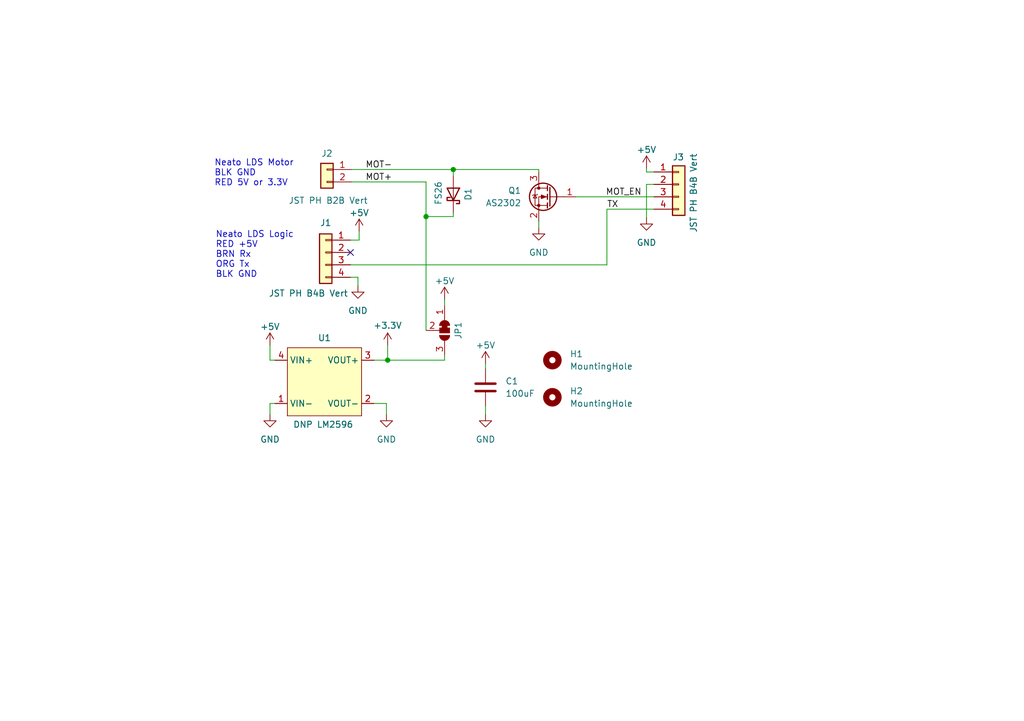
<source format=kicad_sch>
(kicad_sch (version 20230121) (generator eeschema)
  (paper "A5")
  (title_block (title "Neato XV/Botvac LDS adapter") (date "2024-01-30") (rev "0.2.0") (company "makerspet.com"))
  (lib_symbols
    (symbol "Connector_Generic:Conn_01x02" (pin_names (offset 1.016) hide)
      (property "Reference" "J" (at 0 2.54 0))
      (property "Value" "Conn_01x02" (at 0 -5.08 0))
      (symbol "Conn_01x02_1_1"
        (rectangle (start -1.27 -2.413) (end 0 -2.667) (stroke (width 0.1524)))
        (rectangle (start -1.27 0.127) (end 0 -0.127) (stroke (width 0.1524)))
        (rectangle (start -1.27 1.27) (end 1.27 -3.81) (stroke (width 0.254)) (fill (type background)))
        (pin passive line (at -5.08 0 0) (length 3.81) (name "Pin_1") (number "1"))
        (pin passive line (at -5.08 -2.54 0) (length 3.81) (name "Pin_2") (number "2"))
      )
    )
    (symbol "Connector_Generic:Conn_01x04" (pin_names (offset 1.016) hide)
      (property "Reference" "J" (at 0 5.08 0))
      (property "Value" "Conn_01x04" (at 0 -7.62 0))
      (symbol "Conn_01x04_1_1"
        (rectangle (start -1.27 -4.953) (end 0 -5.207) (stroke (width 0.1524)))
        (rectangle (start -1.27 -2.413) (end 0 -2.667) (stroke (width 0.1524)))
        (rectangle (start -1.27 0.127) (end 0 -0.127) (stroke (width 0.1524)))
        (rectangle (start -1.27 2.667) (end 0 2.413) (stroke (width 0.1524)))
        (rectangle (start -1.27 3.81) (end 1.27 -6.35) (stroke (width 0.254)) (fill (type background)))
        (pin passive line (at -5.08 2.54 0) (length 3.81) (name "Pin_1") (number "1"))
        (pin passive line (at -5.08 0 0) (length 3.81) (name "Pin_2") (number "2"))
        (pin passive line (at -5.08 -2.54 0) (length 3.81) (name "Pin_3") (number "3"))
        (pin passive line (at -5.08 -5.08 0) (length 3.81) (name "Pin_4") (number "4"))
      )
    )
    (symbol "Device:C" (pin_numbers hide) (pin_names (offset 0.254))
      (property "Reference" "C" (at 0.635 2.54 0))
      (property "Value" "C" (at 0.635 -2.54 0))
      (symbol "C_0_1"
        (polyline (pts (xy -2.032 -0.762) (xy 2.032 -0.762)) (stroke (width 0.508)))
        (polyline (pts (xy -2.032 0.762) (xy 2.032 0.762)) (stroke (width 0.508)))
      )
      (symbol "C_1_1"
        (pin passive line (at 0 3.81 270) (length 2.794) (name "~") (number "1"))
        (pin passive line (at 0 -3.81 90) (length 2.794) (name "~") (number "2"))
      )
    )
    (symbol "Device:D_Schottky" (pin_numbers hide) (pin_names (offset 1.016) hide)
      (property "Reference" "D" (at 0 2.54 0))
      (property "Value" "D_Schottky" (at 0 -2.54 0))
      (symbol "D_Schottky_0_1"
        (polyline (pts (xy 1.27 0) (xy -1.27 0)))
        (polyline (pts (xy 1.27 1.27) (xy 1.27 -1.27) (xy -1.27 0) (xy 1.27 1.27)) (stroke (width 0.254)))
        (polyline (pts (xy -1.905 0.635) (xy -1.905 1.27) (xy -1.27 1.27) (xy -1.27 -1.27) (xy -0.635 -1.27) (xy -0.635 -0.635)) (stroke (width 0.254)))
      )
      (symbol "D_Schottky_1_1"
        (pin passive line (at -3.81 0 0) (length 2.54) (name "K") (number "1"))
        (pin passive line (at 3.81 0 180) (length 2.54) (name "A") (number "2"))
      )
    )
    (symbol "Jumper:SolderJumper_3_Bridged12" (pin_names (offset 0) hide)
      (property "Reference" "JP" (at -2.54 -2.54 0))
      (property "Value" "SolderJumper_3_Bridged12" (at 0 2.794 0))
      (symbol "SolderJumper_3_Bridged12_0_1"
        (rectangle (start -1.016 0.508) (end -0.508 -0.508) (fill (type outline)))
        (arc (start -1.016 1.016) (mid -2.0276 0) (end -1.016 -1.016))
        (arc (start -1.016 1.016) (mid -2.0276 0) (end -1.016 -1.016) (fill (type outline)))
        (rectangle (start -0.508 1.016) (end 0.508 -1.016) (fill (type outline)))
        (polyline (pts (xy -2.54 0) (xy -2.032 0)))
        (polyline (pts (xy -1.016 1.016) (xy -1.016 -1.016)))
        (polyline (pts (xy 0 -1.27) (xy 0 -1.016)))
        (polyline (pts (xy 1.016 1.016) (xy 1.016 -1.016)))
        (polyline (pts (xy 2.54 0) (xy 2.032 0)))
        (arc (start 1.016 -1.016) (mid 2.0276 0) (end 1.016 1.016))
        (arc (start 1.016 -1.016) (mid 2.0276 0) (end 1.016 1.016) (fill (type outline)))
      )
      (symbol "SolderJumper_3_Bridged12_1_1"
        (pin passive line (at -5.08 0 0) (length 2.54) (name "A") (number "1"))
        (pin passive line (at 0 -3.81 90) (length 2.54) (name "C") (number "2"))
        (pin passive line (at 5.08 0 180) (length 2.54) (name "B") (number "3"))
      )
    )
    (symbol "Makerspet:LM2596 Module"
      (property "Reference" "U" (at 0 -1.27 0))
      (symbol "LM2596 Module_1_1"
        (rectangle (start -7.62 -2.54) (end 7.62 -16.51) (fill (type background)))
        (pin passive line (at -10.16 -13.97 0) (length 2.54) (name "VIN-") (number "1"))
        (pin passive line (at 10.16 -13.97 180) (length 2.54) (name "VOUT-") (number "2"))
        (pin power_out line (at 10.16 -5.08 180) (length 2.54) (name "VOUT+") (number "3"))
        (pin power_in line (at -10.16 -5.08 0) (length 2.54) (name "VIN+") (number "4"))
      )
    )
    (symbol "Mechanical:MountingHole" (pin_names (offset 1.016))
      (property "Reference" "H" (at 0 5.08 0))
      (property "Value" "MountingHole" (at 0 3.175 0))
      (symbol "MountingHole_0_1"
        (circle (center 0 0) (radius 1.27) (stroke (width 1.27)))
      )
    )
    (symbol "Transistor_FET:BSS123" (pin_names hide)
      (property "Reference" "Q" (at 5.08 1.905 0))
      (property "Value" "BSS123" (at 5.08 0 0))
      (symbol "BSS123_0_1"
        (polyline (pts (xy 0.254 0) (xy -2.54 0)))
        (polyline (pts (xy 0.254 1.905) (xy 0.254 -1.905)) (stroke (width 0.254)))
        (polyline (pts (xy 0.762 -1.27) (xy 0.762 -2.286)) (stroke (width 0.254)))
        (polyline (pts (xy 0.762 0.508) (xy 0.762 -0.508)) (stroke (width 0.254)))
        (polyline (pts (xy 0.762 2.286) (xy 0.762 1.27)) (stroke (width 0.254)))
        (polyline (pts (xy 2.54 2.54) (xy 2.54 1.778)))
        (polyline (pts (xy 2.54 -2.54) (xy 2.54 0) (xy 0.762 0)))
        (polyline (pts (xy 0.762 -1.778) (xy 3.302 -1.778) (xy 3.302 1.778) (xy 0.762 1.778)))
        (polyline (pts (xy 1.016 0) (xy 2.032 0.381) (xy 2.032 -0.381) (xy 1.016 0)) (fill (type outline)))
        (polyline (pts (xy 2.794 0.508) (xy 2.921 0.381) (xy 3.683 0.381) (xy 3.81 0.254)))
        (polyline (pts (xy 3.302 0.381) (xy 2.921 -0.254) (xy 3.683 -0.254) (xy 3.302 0.381)))
        (circle (center 1.651 0) (radius 2.794) (stroke (width 0.254)))
        (circle (center 2.54 -1.778) (radius 0.254) (fill (type outline)))
        (circle (center 2.54 1.778) (radius 0.254) (fill (type outline)))
      )
      (symbol "BSS123_1_1"
        (pin input line (at -5.08 0 0) (length 2.54) (name "G") (number "1"))
        (pin passive line (at 2.54 -5.08 90) (length 2.54) (name "S") (number "2"))
        (pin passive line (at 2.54 5.08 270) (length 2.54) (name "D") (number "3"))
      )
    )
    (symbol "power:+3.3V" (power) (pin_names (offset 0))
      (property "Value" "+3.3V" (at 0 3.556 0))
      (symbol "+3.3V_0_1"
        (polyline (pts (xy -0.762 1.27) (xy 0 2.54)))
        (polyline (pts (xy 0 0) (xy 0 2.54)))
        (polyline (pts (xy 0 2.54) (xy 0.762 1.27)))
      )
      (symbol "+3.3V_1_1"
        (pin power_in line (at 0 0 90) (length 0) hide (name "+3.3V") (number "1"))
      )
    )
    (symbol "power:+5V" (power) (pin_names (offset 0))
      (property "Value" "+5V" (at 0 3.556 0))
      (symbol "+5V_0_1"
        (polyline (pts (xy -0.762 1.27) (xy 0 2.54)))
        (polyline (pts (xy 0 0) (xy 0 2.54)))
        (polyline (pts (xy 0 2.54) (xy 0.762 1.27)))
      )
      (symbol "+5V_1_1"
        (pin power_in line (at 0 0 90) (length 0) hide (name "+5V") (number "1"))
      )
    )
    (symbol "power:GND" (power) (pin_names (offset 0))
      (property "Value" "GND" (at 0 -3.81 0))
      (symbol "GND_0_1"
        (polyline (pts (xy 0 0) (xy 0 -1.27) (xy 1.27 -1.27) (xy 0 -2.54) (xy -1.27 -1.27) (xy 0 -1.27)))
      )
      (symbol "GND_1_1"
        (pin power_in line (at 0 0 270) (length 0) hide (name "GND") (number "1"))
      )
    )
  )
  (junction (at 79.502 73.914))
  (junction (at 92.964 34.798))
  (junction (at 87.376 44.45))
  (no_connect (at 71.882 51.816))
  (wire (pts (xy 56.388 82.804) (xy 55.372 82.804)))
  (wire (pts (xy 134.112 35.306) (xy 132.588 35.306)))
  (wire (pts (xy 72.136 37.338) (xy 87.376 37.338)))
  (wire (pts (xy 132.588 37.846) (xy 132.588 44.704)))
  (wire (pts (xy 76.708 73.914) (xy 79.502 73.914)))
  (wire (pts (xy 72.136 34.798) (xy 92.964 34.798)))
  (wire (pts (xy 91.186 72.898) (xy 91.186 73.914)))
  (wire (pts (xy 87.376 67.818) (xy 87.376 44.45)))
  (wire (pts (xy 110.49 34.798) (xy 110.49 35.306)))
  (wire (pts (xy 92.964 34.798) (xy 110.49 34.798)))
  (wire (pts (xy 87.376 44.45) (xy 87.376 37.338)))
  (wire (pts (xy 91.186 61.468) (xy 91.186 62.738)))
  (wire (pts (xy 99.568 74.676) (xy 99.568 75.692)))
  (wire (pts (xy 73.66 49.276) (xy 71.882 49.276)))
  (wire (pts (xy 124.46 42.926) (xy 124.46 54.356)))
  (wire (pts (xy 71.882 56.896) (xy 73.406 56.896)))
  (wire (pts (xy 73.406 56.896) (xy 73.406 58.674)))
  (wire (pts (xy 55.372 82.804) (xy 55.372 85.09)))
  (wire (pts (xy 55.372 73.914) (xy 55.372 70.866)))
  (wire (pts (xy 79.248 85.09) (xy 79.248 82.804)))
  (wire (pts (xy 110.49 45.466) (xy 110.49 46.736)))
  (wire (pts (xy 134.112 37.846) (xy 132.588 37.846)))
  (wire (pts (xy 73.66 47.498) (xy 73.66 49.276)))
  (wire (pts (xy 56.388 73.914) (xy 55.372 73.914)))
  (wire (pts (xy 132.588 35.306) (xy 132.588 34.544)))
  (wire (pts (xy 92.964 43.688) (xy 92.964 44.45)))
  (wire (pts (xy 118.11 40.386) (xy 134.112 40.386)))
  (wire (pts (xy 92.964 44.45) (xy 87.376 44.45)))
  (wire (pts (xy 99.568 85.09) (xy 99.568 83.312)))
  (wire (pts (xy 79.248 82.804) (xy 76.708 82.804)))
  (wire (pts (xy 124.46 42.926) (xy 134.112 42.926)))
  (wire (pts (xy 79.502 73.914) (xy 91.186 73.914)))
  (wire (pts (xy 71.882 54.356) (xy 124.46 54.356)))
  (wire (pts (xy 92.964 34.798) (xy 92.964 36.068)))
  (wire (pts (xy 79.502 70.866) (xy 79.502 73.914)))
  (text "Neato LDS Logic\nRED +5V\nBRN Rx\nORG Tx\nBLK GND" (at 44.196 57.15 0) (effects (font (size 1.27 1.27)) (justify left bottom)))
  (text "Neato LDS Motor\nBLK GND\nRED 5V or 3.3V" (at 43.942 38.354 0) (effects (font (size 1.27 1.27)) (justify left bottom)))
  (label "MOT_EN" (at 124.206 40.386 0))
  (label "MOT+" (at 74.93 37.338 0))
  (label "MOT-" (at 74.93 34.798 0))
  (label "TX" (at 124.46 42.926 0))
  (symbol (lib_id "power:GND") (at 73.406 58.674 0) (unit 1)
    (property "Reference" "#PWR05" (effects hide))
    (property "Value" "GND" (at 73.406 63.754 0))
  )
  (symbol (lib_id "power:GND") (at 132.588 44.704 0) (unit 1)
    (property "Reference" "#PWR08" (effects hide))
    (property "Value" "GND" (at 132.588 49.784 0))
  )
  (symbol (lib_id "Connector_Generic:Conn_01x04") (at 66.802 51.816 0) (mirror y) (unit 1)
    (property "Reference" "J1" (at 66.802 45.72 0))
    (property "Value" "JST PH B4B Vert" (at 63.246 60.198 0))
    (property "Footprint" "Connector_JST:JST_PH_B4B-PH-K_1x04_P2.00mm_Vertical" (effects hide))
  )
  (symbol (lib_id "power:GND") (at 99.568 85.09 0) (unit 1)
    (property "Reference" "#PWR012" (effects hide))
    (property "Value" "GND" (at 99.568 90.17 0))
  )
  (symbol (lib_id "power:+5V") (at 91.186 61.468 0) (unit 1)
    (property "Reference" "#PWR09" (effects hide))
    (property "Value" "+5V" (at 91.186 57.658 0))
  )
  (symbol (lib_id "power:GND") (at 110.49 46.736 0) (unit 1)
    (property "Reference" "#PWR02" (effects hide))
    (property "Value" "GND" (at 110.49 51.816 0))
  )
  (symbol (lib_id "Device:C") (at 99.568 79.502 0) (unit 1)
    (property "Reference" "C1" (at 103.632 78.232 0) (effects (justify left)))
    (property "Value" "100uF" (at 103.632 80.772 0) (effects (justify left)))
    (property "Footprint" "Capacitor_SMD:C_1206_3216Metric" (effects hide))
  )
  (symbol (lib_id "Connector_Generic:Conn_01x04") (at 139.192 37.846 0) (unit 1)
    (property "Reference" "J3" (at 137.922 32.258 0) (effects (justify left)))
    (property "Value" "JST PH B4B Vert" (at 142.24 47.752 90) (effects (justify left)))
    (property "Footprint" "Connector_JST:JST_PH_B4B-PH-K_1x04_P2.00mm_Vertical" (effects hide))
  )
  (symbol (lib_id "Connector_Generic:Conn_01x02") (at 67.056 34.798 0) (mirror y) (unit 1)
    (property "Reference" "J2" (at 67.056 31.496 0))
    (property "Value" "JST PH B2B Vert" (at 67.31 41.148 0))
    (property "Footprint" "Connector_JST:JST_PH_B2B-PH-K_1x02_P2.00mm_Vertical" (effects hide))
  )
  (symbol (lib_id "power:+3.3V") (at 79.502 70.866 0) (unit 1)
    (property "Reference" "#PWR010" (effects hide))
    (property "Value" "+3.3V" (at 79.502 66.802 0))
  )
  (symbol (lib_id "Jumper:SolderJumper_3_Bridged12") (at 91.186 67.818 270) (unit 1) (in_bom no)
    (property "Reference" "JP1" (at 93.98 67.818 0))
    (property "Value" "SolderJumper_3_Bridged12" (effects hide))
    (property "Footprint" "Jumper:SolderJumper-3_P1.3mm_Bridged12_RoundedPad1.0x1.5mm_NumberLabels" (effects hide))
  )
  (symbol (lib_id "Mechanical:MountingHole") (at 113.284 81.534 0) (unit 1) (in_bom no)
    (property "Reference" "H2" (at 116.84 80.264 0) (effects (justify left)))
    (property "Value" "MountingHole" (at 116.84 82.804 0) (effects (justify left)))
    (property "Footprint" "MountingHole:MountingHole_3.2mm_M3" (effects hide))
  )
  (symbol (lib_id "Makerspet:LM2596 Module") (at 66.548 68.834 0) (unit 1)
    (property "Reference" "U1" (at 66.548 69.342 0))
    (property "Value" "DNP LM2596" (at 66.294 87.122 0))
    (property "Footprint" "Makerspet:LM2596 Module" (effects hide))
  )
  (symbol (lib_id "power:+5V") (at 132.588 34.544 0) (unit 1)
    (property "Reference" "#PWR07" (effects hide))
    (property "Value" "+5V" (at 132.588 30.734 0))
  )
  (symbol (lib_id "Device:D_Schottky") (at 92.964 39.878 270) (mirror x) (unit 1)
    (property "Reference" "D1" (at 96.012 39.878 0))
    (property "Value" "FS26" (at 89.916 39.624 0))
    (property "Footprint" "Diode_SMD:D_SOD-123F" (effects hide))
    (property "Datasheet" "https://www.digikey.com/en/products/detail/good-ark-semiconductor/FS26/18667798" (effects hide))
  )
  (symbol (lib_id "power:GND") (at 55.372 85.09 0) (unit 1)
    (property "Reference" "#PWR06" (effects hide))
    (property "Value" "GND" (at 55.372 90.17 0))
  )
  (symbol (lib_id "power:+5V") (at 55.372 70.866 0) (unit 1)
    (property "Reference" "#PWR03" (effects hide))
    (property "Value" "+5V" (at 55.372 67.056 0))
  )
  (symbol (lib_id "Mechanical:MountingHole") (at 113.284 73.914 0) (unit 1) (in_bom no)
    (property "Reference" "H1" (at 116.84 72.644 0) (effects (justify left)))
    (property "Value" "MountingHole" (at 116.84 75.184 0) (effects (justify left)))
    (property "Footprint" "MountingHole:MountingHole_3.2mm_M3" (effects hide))
  )
  (symbol (lib_id "power:+5V") (at 99.568 74.676 0) (unit 1)
    (property "Reference" "#PWR01" (effects hide))
    (property "Value" "+5V" (at 99.568 70.866 0))
  )
  (symbol (lib_id "power:+5V") (at 73.66 47.498 0) (unit 1)
    (property "Reference" "#PWR04" (effects hide))
    (property "Value" "+5V" (at 73.66 43.688 0))
  )
  (symbol (lib_id "Transistor_FET:BSS123") (at 113.03 40.386 0) (mirror y) (unit 1)
    (property "Reference" "Q1" (at 106.934 39.116 0) (effects (justify left)))
    (property "Value" "AS2302" (at 106.934 41.656 0) (effects (justify left)))
    (property "Footprint" "Package_TO_SOT_SMD:SOT-23" (effects hide))
    (property "Datasheet" "https://www.digikey.com/en/products/detail/anbon-semiconductor-int-l-limited/AS2302/16708469" (effects hide))
  )
  (symbol (lib_id "power:GND") (at 79.248 85.09 0) (unit 1)
    (property "Reference" "#PWR011" (effects hide))
    (property "Value" "GND" (at 79.248 90.17 0))
  )
)
</source>
